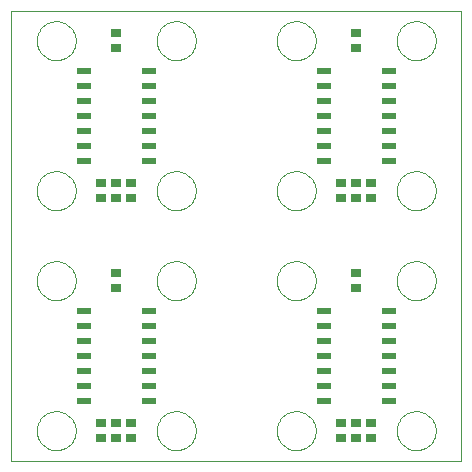
<source format=gtp>
G75*
G70*
%OFA0B0*%
%FSLAX24Y24*%
%IPPOS*%
%LPD*%
%AMOC8*
5,1,8,0,0,1.08239X$1,22.5*
%
%ADD10C,0.0000*%
%ADD11R,0.0472X0.0197*%
%ADD12R,0.0354X0.0276*%
D10*
X013838Y004001D02*
X020838Y004001D01*
X021338Y004001D01*
X021838Y004001D01*
X028838Y004001D01*
X028838Y011001D01*
X028838Y011501D01*
X028838Y012001D01*
X028838Y019001D01*
X021838Y019001D01*
X021338Y019001D01*
X020838Y019001D01*
X013838Y019001D01*
X013838Y012001D01*
X013838Y011501D01*
X013838Y011001D01*
X013838Y004001D01*
X014688Y005001D02*
X014690Y005051D01*
X014696Y005101D01*
X014706Y005151D01*
X014719Y005199D01*
X014736Y005247D01*
X014757Y005293D01*
X014781Y005337D01*
X014809Y005379D01*
X014840Y005419D01*
X014874Y005456D01*
X014911Y005491D01*
X014950Y005522D01*
X014991Y005551D01*
X015035Y005576D01*
X015081Y005598D01*
X015128Y005616D01*
X015176Y005630D01*
X015225Y005641D01*
X015275Y005648D01*
X015325Y005651D01*
X015376Y005650D01*
X015426Y005645D01*
X015476Y005636D01*
X015524Y005624D01*
X015572Y005607D01*
X015618Y005587D01*
X015663Y005564D01*
X015706Y005537D01*
X015746Y005507D01*
X015784Y005474D01*
X015819Y005438D01*
X015852Y005399D01*
X015881Y005358D01*
X015907Y005315D01*
X015930Y005270D01*
X015949Y005223D01*
X015964Y005175D01*
X015976Y005126D01*
X015984Y005076D01*
X015988Y005026D01*
X015988Y004976D01*
X015984Y004926D01*
X015976Y004876D01*
X015964Y004827D01*
X015949Y004779D01*
X015930Y004732D01*
X015907Y004687D01*
X015881Y004644D01*
X015852Y004603D01*
X015819Y004564D01*
X015784Y004528D01*
X015746Y004495D01*
X015706Y004465D01*
X015663Y004438D01*
X015618Y004415D01*
X015572Y004395D01*
X015524Y004378D01*
X015476Y004366D01*
X015426Y004357D01*
X015376Y004352D01*
X015325Y004351D01*
X015275Y004354D01*
X015225Y004361D01*
X015176Y004372D01*
X015128Y004386D01*
X015081Y004404D01*
X015035Y004426D01*
X014991Y004451D01*
X014950Y004480D01*
X014911Y004511D01*
X014874Y004546D01*
X014840Y004583D01*
X014809Y004623D01*
X014781Y004665D01*
X014757Y004709D01*
X014736Y004755D01*
X014719Y004803D01*
X014706Y004851D01*
X014696Y004901D01*
X014690Y004951D01*
X014688Y005001D01*
X018688Y005001D02*
X018690Y005051D01*
X018696Y005101D01*
X018706Y005151D01*
X018719Y005199D01*
X018736Y005247D01*
X018757Y005293D01*
X018781Y005337D01*
X018809Y005379D01*
X018840Y005419D01*
X018874Y005456D01*
X018911Y005491D01*
X018950Y005522D01*
X018991Y005551D01*
X019035Y005576D01*
X019081Y005598D01*
X019128Y005616D01*
X019176Y005630D01*
X019225Y005641D01*
X019275Y005648D01*
X019325Y005651D01*
X019376Y005650D01*
X019426Y005645D01*
X019476Y005636D01*
X019524Y005624D01*
X019572Y005607D01*
X019618Y005587D01*
X019663Y005564D01*
X019706Y005537D01*
X019746Y005507D01*
X019784Y005474D01*
X019819Y005438D01*
X019852Y005399D01*
X019881Y005358D01*
X019907Y005315D01*
X019930Y005270D01*
X019949Y005223D01*
X019964Y005175D01*
X019976Y005126D01*
X019984Y005076D01*
X019988Y005026D01*
X019988Y004976D01*
X019984Y004926D01*
X019976Y004876D01*
X019964Y004827D01*
X019949Y004779D01*
X019930Y004732D01*
X019907Y004687D01*
X019881Y004644D01*
X019852Y004603D01*
X019819Y004564D01*
X019784Y004528D01*
X019746Y004495D01*
X019706Y004465D01*
X019663Y004438D01*
X019618Y004415D01*
X019572Y004395D01*
X019524Y004378D01*
X019476Y004366D01*
X019426Y004357D01*
X019376Y004352D01*
X019325Y004351D01*
X019275Y004354D01*
X019225Y004361D01*
X019176Y004372D01*
X019128Y004386D01*
X019081Y004404D01*
X019035Y004426D01*
X018991Y004451D01*
X018950Y004480D01*
X018911Y004511D01*
X018874Y004546D01*
X018840Y004583D01*
X018809Y004623D01*
X018781Y004665D01*
X018757Y004709D01*
X018736Y004755D01*
X018719Y004803D01*
X018706Y004851D01*
X018696Y004901D01*
X018690Y004951D01*
X018688Y005001D01*
X022688Y005001D02*
X022690Y005051D01*
X022696Y005101D01*
X022706Y005151D01*
X022719Y005199D01*
X022736Y005247D01*
X022757Y005293D01*
X022781Y005337D01*
X022809Y005379D01*
X022840Y005419D01*
X022874Y005456D01*
X022911Y005491D01*
X022950Y005522D01*
X022991Y005551D01*
X023035Y005576D01*
X023081Y005598D01*
X023128Y005616D01*
X023176Y005630D01*
X023225Y005641D01*
X023275Y005648D01*
X023325Y005651D01*
X023376Y005650D01*
X023426Y005645D01*
X023476Y005636D01*
X023524Y005624D01*
X023572Y005607D01*
X023618Y005587D01*
X023663Y005564D01*
X023706Y005537D01*
X023746Y005507D01*
X023784Y005474D01*
X023819Y005438D01*
X023852Y005399D01*
X023881Y005358D01*
X023907Y005315D01*
X023930Y005270D01*
X023949Y005223D01*
X023964Y005175D01*
X023976Y005126D01*
X023984Y005076D01*
X023988Y005026D01*
X023988Y004976D01*
X023984Y004926D01*
X023976Y004876D01*
X023964Y004827D01*
X023949Y004779D01*
X023930Y004732D01*
X023907Y004687D01*
X023881Y004644D01*
X023852Y004603D01*
X023819Y004564D01*
X023784Y004528D01*
X023746Y004495D01*
X023706Y004465D01*
X023663Y004438D01*
X023618Y004415D01*
X023572Y004395D01*
X023524Y004378D01*
X023476Y004366D01*
X023426Y004357D01*
X023376Y004352D01*
X023325Y004351D01*
X023275Y004354D01*
X023225Y004361D01*
X023176Y004372D01*
X023128Y004386D01*
X023081Y004404D01*
X023035Y004426D01*
X022991Y004451D01*
X022950Y004480D01*
X022911Y004511D01*
X022874Y004546D01*
X022840Y004583D01*
X022809Y004623D01*
X022781Y004665D01*
X022757Y004709D01*
X022736Y004755D01*
X022719Y004803D01*
X022706Y004851D01*
X022696Y004901D01*
X022690Y004951D01*
X022688Y005001D01*
X026688Y005001D02*
X026690Y005051D01*
X026696Y005101D01*
X026706Y005151D01*
X026719Y005199D01*
X026736Y005247D01*
X026757Y005293D01*
X026781Y005337D01*
X026809Y005379D01*
X026840Y005419D01*
X026874Y005456D01*
X026911Y005491D01*
X026950Y005522D01*
X026991Y005551D01*
X027035Y005576D01*
X027081Y005598D01*
X027128Y005616D01*
X027176Y005630D01*
X027225Y005641D01*
X027275Y005648D01*
X027325Y005651D01*
X027376Y005650D01*
X027426Y005645D01*
X027476Y005636D01*
X027524Y005624D01*
X027572Y005607D01*
X027618Y005587D01*
X027663Y005564D01*
X027706Y005537D01*
X027746Y005507D01*
X027784Y005474D01*
X027819Y005438D01*
X027852Y005399D01*
X027881Y005358D01*
X027907Y005315D01*
X027930Y005270D01*
X027949Y005223D01*
X027964Y005175D01*
X027976Y005126D01*
X027984Y005076D01*
X027988Y005026D01*
X027988Y004976D01*
X027984Y004926D01*
X027976Y004876D01*
X027964Y004827D01*
X027949Y004779D01*
X027930Y004732D01*
X027907Y004687D01*
X027881Y004644D01*
X027852Y004603D01*
X027819Y004564D01*
X027784Y004528D01*
X027746Y004495D01*
X027706Y004465D01*
X027663Y004438D01*
X027618Y004415D01*
X027572Y004395D01*
X027524Y004378D01*
X027476Y004366D01*
X027426Y004357D01*
X027376Y004352D01*
X027325Y004351D01*
X027275Y004354D01*
X027225Y004361D01*
X027176Y004372D01*
X027128Y004386D01*
X027081Y004404D01*
X027035Y004426D01*
X026991Y004451D01*
X026950Y004480D01*
X026911Y004511D01*
X026874Y004546D01*
X026840Y004583D01*
X026809Y004623D01*
X026781Y004665D01*
X026757Y004709D01*
X026736Y004755D01*
X026719Y004803D01*
X026706Y004851D01*
X026696Y004901D01*
X026690Y004951D01*
X026688Y005001D01*
X026688Y010001D02*
X026690Y010051D01*
X026696Y010101D01*
X026706Y010151D01*
X026719Y010199D01*
X026736Y010247D01*
X026757Y010293D01*
X026781Y010337D01*
X026809Y010379D01*
X026840Y010419D01*
X026874Y010456D01*
X026911Y010491D01*
X026950Y010522D01*
X026991Y010551D01*
X027035Y010576D01*
X027081Y010598D01*
X027128Y010616D01*
X027176Y010630D01*
X027225Y010641D01*
X027275Y010648D01*
X027325Y010651D01*
X027376Y010650D01*
X027426Y010645D01*
X027476Y010636D01*
X027524Y010624D01*
X027572Y010607D01*
X027618Y010587D01*
X027663Y010564D01*
X027706Y010537D01*
X027746Y010507D01*
X027784Y010474D01*
X027819Y010438D01*
X027852Y010399D01*
X027881Y010358D01*
X027907Y010315D01*
X027930Y010270D01*
X027949Y010223D01*
X027964Y010175D01*
X027976Y010126D01*
X027984Y010076D01*
X027988Y010026D01*
X027988Y009976D01*
X027984Y009926D01*
X027976Y009876D01*
X027964Y009827D01*
X027949Y009779D01*
X027930Y009732D01*
X027907Y009687D01*
X027881Y009644D01*
X027852Y009603D01*
X027819Y009564D01*
X027784Y009528D01*
X027746Y009495D01*
X027706Y009465D01*
X027663Y009438D01*
X027618Y009415D01*
X027572Y009395D01*
X027524Y009378D01*
X027476Y009366D01*
X027426Y009357D01*
X027376Y009352D01*
X027325Y009351D01*
X027275Y009354D01*
X027225Y009361D01*
X027176Y009372D01*
X027128Y009386D01*
X027081Y009404D01*
X027035Y009426D01*
X026991Y009451D01*
X026950Y009480D01*
X026911Y009511D01*
X026874Y009546D01*
X026840Y009583D01*
X026809Y009623D01*
X026781Y009665D01*
X026757Y009709D01*
X026736Y009755D01*
X026719Y009803D01*
X026706Y009851D01*
X026696Y009901D01*
X026690Y009951D01*
X026688Y010001D01*
X022688Y010001D02*
X022690Y010051D01*
X022696Y010101D01*
X022706Y010151D01*
X022719Y010199D01*
X022736Y010247D01*
X022757Y010293D01*
X022781Y010337D01*
X022809Y010379D01*
X022840Y010419D01*
X022874Y010456D01*
X022911Y010491D01*
X022950Y010522D01*
X022991Y010551D01*
X023035Y010576D01*
X023081Y010598D01*
X023128Y010616D01*
X023176Y010630D01*
X023225Y010641D01*
X023275Y010648D01*
X023325Y010651D01*
X023376Y010650D01*
X023426Y010645D01*
X023476Y010636D01*
X023524Y010624D01*
X023572Y010607D01*
X023618Y010587D01*
X023663Y010564D01*
X023706Y010537D01*
X023746Y010507D01*
X023784Y010474D01*
X023819Y010438D01*
X023852Y010399D01*
X023881Y010358D01*
X023907Y010315D01*
X023930Y010270D01*
X023949Y010223D01*
X023964Y010175D01*
X023976Y010126D01*
X023984Y010076D01*
X023988Y010026D01*
X023988Y009976D01*
X023984Y009926D01*
X023976Y009876D01*
X023964Y009827D01*
X023949Y009779D01*
X023930Y009732D01*
X023907Y009687D01*
X023881Y009644D01*
X023852Y009603D01*
X023819Y009564D01*
X023784Y009528D01*
X023746Y009495D01*
X023706Y009465D01*
X023663Y009438D01*
X023618Y009415D01*
X023572Y009395D01*
X023524Y009378D01*
X023476Y009366D01*
X023426Y009357D01*
X023376Y009352D01*
X023325Y009351D01*
X023275Y009354D01*
X023225Y009361D01*
X023176Y009372D01*
X023128Y009386D01*
X023081Y009404D01*
X023035Y009426D01*
X022991Y009451D01*
X022950Y009480D01*
X022911Y009511D01*
X022874Y009546D01*
X022840Y009583D01*
X022809Y009623D01*
X022781Y009665D01*
X022757Y009709D01*
X022736Y009755D01*
X022719Y009803D01*
X022706Y009851D01*
X022696Y009901D01*
X022690Y009951D01*
X022688Y010001D01*
X018688Y010001D02*
X018690Y010051D01*
X018696Y010101D01*
X018706Y010151D01*
X018719Y010199D01*
X018736Y010247D01*
X018757Y010293D01*
X018781Y010337D01*
X018809Y010379D01*
X018840Y010419D01*
X018874Y010456D01*
X018911Y010491D01*
X018950Y010522D01*
X018991Y010551D01*
X019035Y010576D01*
X019081Y010598D01*
X019128Y010616D01*
X019176Y010630D01*
X019225Y010641D01*
X019275Y010648D01*
X019325Y010651D01*
X019376Y010650D01*
X019426Y010645D01*
X019476Y010636D01*
X019524Y010624D01*
X019572Y010607D01*
X019618Y010587D01*
X019663Y010564D01*
X019706Y010537D01*
X019746Y010507D01*
X019784Y010474D01*
X019819Y010438D01*
X019852Y010399D01*
X019881Y010358D01*
X019907Y010315D01*
X019930Y010270D01*
X019949Y010223D01*
X019964Y010175D01*
X019976Y010126D01*
X019984Y010076D01*
X019988Y010026D01*
X019988Y009976D01*
X019984Y009926D01*
X019976Y009876D01*
X019964Y009827D01*
X019949Y009779D01*
X019930Y009732D01*
X019907Y009687D01*
X019881Y009644D01*
X019852Y009603D01*
X019819Y009564D01*
X019784Y009528D01*
X019746Y009495D01*
X019706Y009465D01*
X019663Y009438D01*
X019618Y009415D01*
X019572Y009395D01*
X019524Y009378D01*
X019476Y009366D01*
X019426Y009357D01*
X019376Y009352D01*
X019325Y009351D01*
X019275Y009354D01*
X019225Y009361D01*
X019176Y009372D01*
X019128Y009386D01*
X019081Y009404D01*
X019035Y009426D01*
X018991Y009451D01*
X018950Y009480D01*
X018911Y009511D01*
X018874Y009546D01*
X018840Y009583D01*
X018809Y009623D01*
X018781Y009665D01*
X018757Y009709D01*
X018736Y009755D01*
X018719Y009803D01*
X018706Y009851D01*
X018696Y009901D01*
X018690Y009951D01*
X018688Y010001D01*
X014688Y010001D02*
X014690Y010051D01*
X014696Y010101D01*
X014706Y010151D01*
X014719Y010199D01*
X014736Y010247D01*
X014757Y010293D01*
X014781Y010337D01*
X014809Y010379D01*
X014840Y010419D01*
X014874Y010456D01*
X014911Y010491D01*
X014950Y010522D01*
X014991Y010551D01*
X015035Y010576D01*
X015081Y010598D01*
X015128Y010616D01*
X015176Y010630D01*
X015225Y010641D01*
X015275Y010648D01*
X015325Y010651D01*
X015376Y010650D01*
X015426Y010645D01*
X015476Y010636D01*
X015524Y010624D01*
X015572Y010607D01*
X015618Y010587D01*
X015663Y010564D01*
X015706Y010537D01*
X015746Y010507D01*
X015784Y010474D01*
X015819Y010438D01*
X015852Y010399D01*
X015881Y010358D01*
X015907Y010315D01*
X015930Y010270D01*
X015949Y010223D01*
X015964Y010175D01*
X015976Y010126D01*
X015984Y010076D01*
X015988Y010026D01*
X015988Y009976D01*
X015984Y009926D01*
X015976Y009876D01*
X015964Y009827D01*
X015949Y009779D01*
X015930Y009732D01*
X015907Y009687D01*
X015881Y009644D01*
X015852Y009603D01*
X015819Y009564D01*
X015784Y009528D01*
X015746Y009495D01*
X015706Y009465D01*
X015663Y009438D01*
X015618Y009415D01*
X015572Y009395D01*
X015524Y009378D01*
X015476Y009366D01*
X015426Y009357D01*
X015376Y009352D01*
X015325Y009351D01*
X015275Y009354D01*
X015225Y009361D01*
X015176Y009372D01*
X015128Y009386D01*
X015081Y009404D01*
X015035Y009426D01*
X014991Y009451D01*
X014950Y009480D01*
X014911Y009511D01*
X014874Y009546D01*
X014840Y009583D01*
X014809Y009623D01*
X014781Y009665D01*
X014757Y009709D01*
X014736Y009755D01*
X014719Y009803D01*
X014706Y009851D01*
X014696Y009901D01*
X014690Y009951D01*
X014688Y010001D01*
X014688Y013001D02*
X014690Y013051D01*
X014696Y013101D01*
X014706Y013151D01*
X014719Y013199D01*
X014736Y013247D01*
X014757Y013293D01*
X014781Y013337D01*
X014809Y013379D01*
X014840Y013419D01*
X014874Y013456D01*
X014911Y013491D01*
X014950Y013522D01*
X014991Y013551D01*
X015035Y013576D01*
X015081Y013598D01*
X015128Y013616D01*
X015176Y013630D01*
X015225Y013641D01*
X015275Y013648D01*
X015325Y013651D01*
X015376Y013650D01*
X015426Y013645D01*
X015476Y013636D01*
X015524Y013624D01*
X015572Y013607D01*
X015618Y013587D01*
X015663Y013564D01*
X015706Y013537D01*
X015746Y013507D01*
X015784Y013474D01*
X015819Y013438D01*
X015852Y013399D01*
X015881Y013358D01*
X015907Y013315D01*
X015930Y013270D01*
X015949Y013223D01*
X015964Y013175D01*
X015976Y013126D01*
X015984Y013076D01*
X015988Y013026D01*
X015988Y012976D01*
X015984Y012926D01*
X015976Y012876D01*
X015964Y012827D01*
X015949Y012779D01*
X015930Y012732D01*
X015907Y012687D01*
X015881Y012644D01*
X015852Y012603D01*
X015819Y012564D01*
X015784Y012528D01*
X015746Y012495D01*
X015706Y012465D01*
X015663Y012438D01*
X015618Y012415D01*
X015572Y012395D01*
X015524Y012378D01*
X015476Y012366D01*
X015426Y012357D01*
X015376Y012352D01*
X015325Y012351D01*
X015275Y012354D01*
X015225Y012361D01*
X015176Y012372D01*
X015128Y012386D01*
X015081Y012404D01*
X015035Y012426D01*
X014991Y012451D01*
X014950Y012480D01*
X014911Y012511D01*
X014874Y012546D01*
X014840Y012583D01*
X014809Y012623D01*
X014781Y012665D01*
X014757Y012709D01*
X014736Y012755D01*
X014719Y012803D01*
X014706Y012851D01*
X014696Y012901D01*
X014690Y012951D01*
X014688Y013001D01*
X018688Y013001D02*
X018690Y013051D01*
X018696Y013101D01*
X018706Y013151D01*
X018719Y013199D01*
X018736Y013247D01*
X018757Y013293D01*
X018781Y013337D01*
X018809Y013379D01*
X018840Y013419D01*
X018874Y013456D01*
X018911Y013491D01*
X018950Y013522D01*
X018991Y013551D01*
X019035Y013576D01*
X019081Y013598D01*
X019128Y013616D01*
X019176Y013630D01*
X019225Y013641D01*
X019275Y013648D01*
X019325Y013651D01*
X019376Y013650D01*
X019426Y013645D01*
X019476Y013636D01*
X019524Y013624D01*
X019572Y013607D01*
X019618Y013587D01*
X019663Y013564D01*
X019706Y013537D01*
X019746Y013507D01*
X019784Y013474D01*
X019819Y013438D01*
X019852Y013399D01*
X019881Y013358D01*
X019907Y013315D01*
X019930Y013270D01*
X019949Y013223D01*
X019964Y013175D01*
X019976Y013126D01*
X019984Y013076D01*
X019988Y013026D01*
X019988Y012976D01*
X019984Y012926D01*
X019976Y012876D01*
X019964Y012827D01*
X019949Y012779D01*
X019930Y012732D01*
X019907Y012687D01*
X019881Y012644D01*
X019852Y012603D01*
X019819Y012564D01*
X019784Y012528D01*
X019746Y012495D01*
X019706Y012465D01*
X019663Y012438D01*
X019618Y012415D01*
X019572Y012395D01*
X019524Y012378D01*
X019476Y012366D01*
X019426Y012357D01*
X019376Y012352D01*
X019325Y012351D01*
X019275Y012354D01*
X019225Y012361D01*
X019176Y012372D01*
X019128Y012386D01*
X019081Y012404D01*
X019035Y012426D01*
X018991Y012451D01*
X018950Y012480D01*
X018911Y012511D01*
X018874Y012546D01*
X018840Y012583D01*
X018809Y012623D01*
X018781Y012665D01*
X018757Y012709D01*
X018736Y012755D01*
X018719Y012803D01*
X018706Y012851D01*
X018696Y012901D01*
X018690Y012951D01*
X018688Y013001D01*
X022688Y013001D02*
X022690Y013051D01*
X022696Y013101D01*
X022706Y013151D01*
X022719Y013199D01*
X022736Y013247D01*
X022757Y013293D01*
X022781Y013337D01*
X022809Y013379D01*
X022840Y013419D01*
X022874Y013456D01*
X022911Y013491D01*
X022950Y013522D01*
X022991Y013551D01*
X023035Y013576D01*
X023081Y013598D01*
X023128Y013616D01*
X023176Y013630D01*
X023225Y013641D01*
X023275Y013648D01*
X023325Y013651D01*
X023376Y013650D01*
X023426Y013645D01*
X023476Y013636D01*
X023524Y013624D01*
X023572Y013607D01*
X023618Y013587D01*
X023663Y013564D01*
X023706Y013537D01*
X023746Y013507D01*
X023784Y013474D01*
X023819Y013438D01*
X023852Y013399D01*
X023881Y013358D01*
X023907Y013315D01*
X023930Y013270D01*
X023949Y013223D01*
X023964Y013175D01*
X023976Y013126D01*
X023984Y013076D01*
X023988Y013026D01*
X023988Y012976D01*
X023984Y012926D01*
X023976Y012876D01*
X023964Y012827D01*
X023949Y012779D01*
X023930Y012732D01*
X023907Y012687D01*
X023881Y012644D01*
X023852Y012603D01*
X023819Y012564D01*
X023784Y012528D01*
X023746Y012495D01*
X023706Y012465D01*
X023663Y012438D01*
X023618Y012415D01*
X023572Y012395D01*
X023524Y012378D01*
X023476Y012366D01*
X023426Y012357D01*
X023376Y012352D01*
X023325Y012351D01*
X023275Y012354D01*
X023225Y012361D01*
X023176Y012372D01*
X023128Y012386D01*
X023081Y012404D01*
X023035Y012426D01*
X022991Y012451D01*
X022950Y012480D01*
X022911Y012511D01*
X022874Y012546D01*
X022840Y012583D01*
X022809Y012623D01*
X022781Y012665D01*
X022757Y012709D01*
X022736Y012755D01*
X022719Y012803D01*
X022706Y012851D01*
X022696Y012901D01*
X022690Y012951D01*
X022688Y013001D01*
X026688Y013001D02*
X026690Y013051D01*
X026696Y013101D01*
X026706Y013151D01*
X026719Y013199D01*
X026736Y013247D01*
X026757Y013293D01*
X026781Y013337D01*
X026809Y013379D01*
X026840Y013419D01*
X026874Y013456D01*
X026911Y013491D01*
X026950Y013522D01*
X026991Y013551D01*
X027035Y013576D01*
X027081Y013598D01*
X027128Y013616D01*
X027176Y013630D01*
X027225Y013641D01*
X027275Y013648D01*
X027325Y013651D01*
X027376Y013650D01*
X027426Y013645D01*
X027476Y013636D01*
X027524Y013624D01*
X027572Y013607D01*
X027618Y013587D01*
X027663Y013564D01*
X027706Y013537D01*
X027746Y013507D01*
X027784Y013474D01*
X027819Y013438D01*
X027852Y013399D01*
X027881Y013358D01*
X027907Y013315D01*
X027930Y013270D01*
X027949Y013223D01*
X027964Y013175D01*
X027976Y013126D01*
X027984Y013076D01*
X027988Y013026D01*
X027988Y012976D01*
X027984Y012926D01*
X027976Y012876D01*
X027964Y012827D01*
X027949Y012779D01*
X027930Y012732D01*
X027907Y012687D01*
X027881Y012644D01*
X027852Y012603D01*
X027819Y012564D01*
X027784Y012528D01*
X027746Y012495D01*
X027706Y012465D01*
X027663Y012438D01*
X027618Y012415D01*
X027572Y012395D01*
X027524Y012378D01*
X027476Y012366D01*
X027426Y012357D01*
X027376Y012352D01*
X027325Y012351D01*
X027275Y012354D01*
X027225Y012361D01*
X027176Y012372D01*
X027128Y012386D01*
X027081Y012404D01*
X027035Y012426D01*
X026991Y012451D01*
X026950Y012480D01*
X026911Y012511D01*
X026874Y012546D01*
X026840Y012583D01*
X026809Y012623D01*
X026781Y012665D01*
X026757Y012709D01*
X026736Y012755D01*
X026719Y012803D01*
X026706Y012851D01*
X026696Y012901D01*
X026690Y012951D01*
X026688Y013001D01*
X026688Y018001D02*
X026690Y018051D01*
X026696Y018101D01*
X026706Y018151D01*
X026719Y018199D01*
X026736Y018247D01*
X026757Y018293D01*
X026781Y018337D01*
X026809Y018379D01*
X026840Y018419D01*
X026874Y018456D01*
X026911Y018491D01*
X026950Y018522D01*
X026991Y018551D01*
X027035Y018576D01*
X027081Y018598D01*
X027128Y018616D01*
X027176Y018630D01*
X027225Y018641D01*
X027275Y018648D01*
X027325Y018651D01*
X027376Y018650D01*
X027426Y018645D01*
X027476Y018636D01*
X027524Y018624D01*
X027572Y018607D01*
X027618Y018587D01*
X027663Y018564D01*
X027706Y018537D01*
X027746Y018507D01*
X027784Y018474D01*
X027819Y018438D01*
X027852Y018399D01*
X027881Y018358D01*
X027907Y018315D01*
X027930Y018270D01*
X027949Y018223D01*
X027964Y018175D01*
X027976Y018126D01*
X027984Y018076D01*
X027988Y018026D01*
X027988Y017976D01*
X027984Y017926D01*
X027976Y017876D01*
X027964Y017827D01*
X027949Y017779D01*
X027930Y017732D01*
X027907Y017687D01*
X027881Y017644D01*
X027852Y017603D01*
X027819Y017564D01*
X027784Y017528D01*
X027746Y017495D01*
X027706Y017465D01*
X027663Y017438D01*
X027618Y017415D01*
X027572Y017395D01*
X027524Y017378D01*
X027476Y017366D01*
X027426Y017357D01*
X027376Y017352D01*
X027325Y017351D01*
X027275Y017354D01*
X027225Y017361D01*
X027176Y017372D01*
X027128Y017386D01*
X027081Y017404D01*
X027035Y017426D01*
X026991Y017451D01*
X026950Y017480D01*
X026911Y017511D01*
X026874Y017546D01*
X026840Y017583D01*
X026809Y017623D01*
X026781Y017665D01*
X026757Y017709D01*
X026736Y017755D01*
X026719Y017803D01*
X026706Y017851D01*
X026696Y017901D01*
X026690Y017951D01*
X026688Y018001D01*
X022688Y018001D02*
X022690Y018051D01*
X022696Y018101D01*
X022706Y018151D01*
X022719Y018199D01*
X022736Y018247D01*
X022757Y018293D01*
X022781Y018337D01*
X022809Y018379D01*
X022840Y018419D01*
X022874Y018456D01*
X022911Y018491D01*
X022950Y018522D01*
X022991Y018551D01*
X023035Y018576D01*
X023081Y018598D01*
X023128Y018616D01*
X023176Y018630D01*
X023225Y018641D01*
X023275Y018648D01*
X023325Y018651D01*
X023376Y018650D01*
X023426Y018645D01*
X023476Y018636D01*
X023524Y018624D01*
X023572Y018607D01*
X023618Y018587D01*
X023663Y018564D01*
X023706Y018537D01*
X023746Y018507D01*
X023784Y018474D01*
X023819Y018438D01*
X023852Y018399D01*
X023881Y018358D01*
X023907Y018315D01*
X023930Y018270D01*
X023949Y018223D01*
X023964Y018175D01*
X023976Y018126D01*
X023984Y018076D01*
X023988Y018026D01*
X023988Y017976D01*
X023984Y017926D01*
X023976Y017876D01*
X023964Y017827D01*
X023949Y017779D01*
X023930Y017732D01*
X023907Y017687D01*
X023881Y017644D01*
X023852Y017603D01*
X023819Y017564D01*
X023784Y017528D01*
X023746Y017495D01*
X023706Y017465D01*
X023663Y017438D01*
X023618Y017415D01*
X023572Y017395D01*
X023524Y017378D01*
X023476Y017366D01*
X023426Y017357D01*
X023376Y017352D01*
X023325Y017351D01*
X023275Y017354D01*
X023225Y017361D01*
X023176Y017372D01*
X023128Y017386D01*
X023081Y017404D01*
X023035Y017426D01*
X022991Y017451D01*
X022950Y017480D01*
X022911Y017511D01*
X022874Y017546D01*
X022840Y017583D01*
X022809Y017623D01*
X022781Y017665D01*
X022757Y017709D01*
X022736Y017755D01*
X022719Y017803D01*
X022706Y017851D01*
X022696Y017901D01*
X022690Y017951D01*
X022688Y018001D01*
X018688Y018001D02*
X018690Y018051D01*
X018696Y018101D01*
X018706Y018151D01*
X018719Y018199D01*
X018736Y018247D01*
X018757Y018293D01*
X018781Y018337D01*
X018809Y018379D01*
X018840Y018419D01*
X018874Y018456D01*
X018911Y018491D01*
X018950Y018522D01*
X018991Y018551D01*
X019035Y018576D01*
X019081Y018598D01*
X019128Y018616D01*
X019176Y018630D01*
X019225Y018641D01*
X019275Y018648D01*
X019325Y018651D01*
X019376Y018650D01*
X019426Y018645D01*
X019476Y018636D01*
X019524Y018624D01*
X019572Y018607D01*
X019618Y018587D01*
X019663Y018564D01*
X019706Y018537D01*
X019746Y018507D01*
X019784Y018474D01*
X019819Y018438D01*
X019852Y018399D01*
X019881Y018358D01*
X019907Y018315D01*
X019930Y018270D01*
X019949Y018223D01*
X019964Y018175D01*
X019976Y018126D01*
X019984Y018076D01*
X019988Y018026D01*
X019988Y017976D01*
X019984Y017926D01*
X019976Y017876D01*
X019964Y017827D01*
X019949Y017779D01*
X019930Y017732D01*
X019907Y017687D01*
X019881Y017644D01*
X019852Y017603D01*
X019819Y017564D01*
X019784Y017528D01*
X019746Y017495D01*
X019706Y017465D01*
X019663Y017438D01*
X019618Y017415D01*
X019572Y017395D01*
X019524Y017378D01*
X019476Y017366D01*
X019426Y017357D01*
X019376Y017352D01*
X019325Y017351D01*
X019275Y017354D01*
X019225Y017361D01*
X019176Y017372D01*
X019128Y017386D01*
X019081Y017404D01*
X019035Y017426D01*
X018991Y017451D01*
X018950Y017480D01*
X018911Y017511D01*
X018874Y017546D01*
X018840Y017583D01*
X018809Y017623D01*
X018781Y017665D01*
X018757Y017709D01*
X018736Y017755D01*
X018719Y017803D01*
X018706Y017851D01*
X018696Y017901D01*
X018690Y017951D01*
X018688Y018001D01*
X014688Y018001D02*
X014690Y018051D01*
X014696Y018101D01*
X014706Y018151D01*
X014719Y018199D01*
X014736Y018247D01*
X014757Y018293D01*
X014781Y018337D01*
X014809Y018379D01*
X014840Y018419D01*
X014874Y018456D01*
X014911Y018491D01*
X014950Y018522D01*
X014991Y018551D01*
X015035Y018576D01*
X015081Y018598D01*
X015128Y018616D01*
X015176Y018630D01*
X015225Y018641D01*
X015275Y018648D01*
X015325Y018651D01*
X015376Y018650D01*
X015426Y018645D01*
X015476Y018636D01*
X015524Y018624D01*
X015572Y018607D01*
X015618Y018587D01*
X015663Y018564D01*
X015706Y018537D01*
X015746Y018507D01*
X015784Y018474D01*
X015819Y018438D01*
X015852Y018399D01*
X015881Y018358D01*
X015907Y018315D01*
X015930Y018270D01*
X015949Y018223D01*
X015964Y018175D01*
X015976Y018126D01*
X015984Y018076D01*
X015988Y018026D01*
X015988Y017976D01*
X015984Y017926D01*
X015976Y017876D01*
X015964Y017827D01*
X015949Y017779D01*
X015930Y017732D01*
X015907Y017687D01*
X015881Y017644D01*
X015852Y017603D01*
X015819Y017564D01*
X015784Y017528D01*
X015746Y017495D01*
X015706Y017465D01*
X015663Y017438D01*
X015618Y017415D01*
X015572Y017395D01*
X015524Y017378D01*
X015476Y017366D01*
X015426Y017357D01*
X015376Y017352D01*
X015325Y017351D01*
X015275Y017354D01*
X015225Y017361D01*
X015176Y017372D01*
X015128Y017386D01*
X015081Y017404D01*
X015035Y017426D01*
X014991Y017451D01*
X014950Y017480D01*
X014911Y017511D01*
X014874Y017546D01*
X014840Y017583D01*
X014809Y017623D01*
X014781Y017665D01*
X014757Y017709D01*
X014736Y017755D01*
X014719Y017803D01*
X014706Y017851D01*
X014696Y017901D01*
X014690Y017951D01*
X014688Y018001D01*
D11*
X016255Y017001D03*
X016255Y016501D03*
X016255Y016001D03*
X016255Y015501D03*
X016255Y015001D03*
X016255Y014501D03*
X016255Y014001D03*
X018421Y014001D03*
X018421Y014501D03*
X018421Y015001D03*
X018421Y015501D03*
X018421Y016001D03*
X018421Y016501D03*
X018421Y017001D03*
X024255Y017001D03*
X024255Y016501D03*
X024255Y016001D03*
X024255Y015501D03*
X024255Y015001D03*
X024255Y014501D03*
X024255Y014001D03*
X026421Y014001D03*
X026421Y014501D03*
X026421Y015001D03*
X026421Y015501D03*
X026421Y016001D03*
X026421Y016501D03*
X026421Y017001D03*
X026421Y009001D03*
X026421Y008501D03*
X026421Y008001D03*
X026421Y007501D03*
X026421Y007001D03*
X026421Y006501D03*
X026421Y006001D03*
X024255Y006001D03*
X024255Y006501D03*
X024255Y007001D03*
X024255Y007501D03*
X024255Y008001D03*
X024255Y008501D03*
X024255Y009001D03*
X018421Y009001D03*
X018421Y008501D03*
X018421Y008001D03*
X018421Y007501D03*
X018421Y007001D03*
X018421Y006501D03*
X018421Y006001D03*
X016255Y006001D03*
X016255Y006501D03*
X016255Y007001D03*
X016255Y007501D03*
X016255Y008001D03*
X016255Y008501D03*
X016255Y009001D03*
D12*
X017338Y009745D03*
X017338Y010257D03*
X017338Y012745D03*
X016838Y012745D03*
X017838Y012745D03*
X017838Y013257D03*
X017338Y013257D03*
X016838Y013257D03*
X024838Y013257D03*
X025338Y013257D03*
X025838Y013257D03*
X025838Y012745D03*
X025338Y012745D03*
X024838Y012745D03*
X025338Y010257D03*
X025338Y009745D03*
X025338Y005257D03*
X024838Y005257D03*
X024838Y004745D03*
X025338Y004745D03*
X025838Y004745D03*
X025838Y005257D03*
X017838Y005257D03*
X017338Y005257D03*
X016838Y005257D03*
X016838Y004745D03*
X017338Y004745D03*
X017838Y004745D03*
X017338Y017745D03*
X017338Y018257D03*
X025338Y018257D03*
X025338Y017745D03*
M02*

</source>
